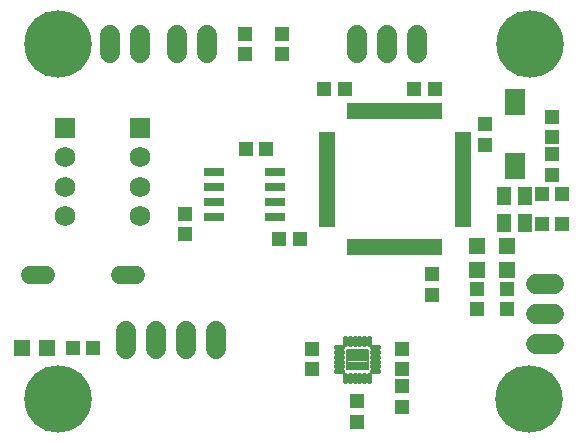
<source format=gbr>
G75*
%MOIN*%
%OFA0B0*%
%FSLAX25Y25*%
%IPPOS*%
%LPD*%
%AMOC8*
5,1,8,0,0,1.08239X$1,22.5*
%
%ADD10R,0.05131X0.04737*%
%ADD11R,0.04934X0.05052*%
%ADD12R,0.05052X0.04934*%
%ADD13R,0.07099X0.03162*%
%ADD14R,0.05524X0.01981*%
%ADD15R,0.01981X0.05524*%
%ADD16R,0.05131X0.05918*%
%ADD17R,0.05524X0.05524*%
%ADD18C,0.06800*%
%ADD19C,0.06000*%
%ADD20R,0.06800X0.06800*%
%ADD21C,0.06800*%
%ADD22C,0.01587*%
%ADD23C,0.00710*%
%ADD24R,0.07099X0.08674*%
%ADD25R,0.04737X0.05131*%
%ADD26C,0.22454*%
D10*
X0076300Y0075454D03*
X0076300Y0082146D03*
X0096704Y0103800D03*
X0103396Y0103800D03*
X0108800Y0135454D03*
X0108800Y0142146D03*
X0096300Y0142146D03*
X0096300Y0135454D03*
X0198800Y0114646D03*
X0198800Y0107954D03*
X0183800Y0057146D03*
X0183800Y0050454D03*
X0173800Y0050454D03*
X0173800Y0057146D03*
X0148800Y0037146D03*
X0148800Y0030454D03*
X0118800Y0030454D03*
X0118800Y0037146D03*
D11*
X0114745Y0073800D03*
X0107855Y0073800D03*
X0122855Y0123800D03*
X0129745Y0123800D03*
X0152855Y0123800D03*
X0159745Y0123800D03*
X0195355Y0088800D03*
X0202245Y0088800D03*
X0202245Y0078800D03*
X0195355Y0078800D03*
D12*
X0198800Y0095355D03*
X0198800Y0102245D03*
X0176300Y0105355D03*
X0176300Y0112245D03*
X0158800Y0062245D03*
X0158800Y0055355D03*
X0148800Y0024745D03*
X0148800Y0017855D03*
X0133800Y0019745D03*
X0133800Y0012855D03*
D13*
X0106536Y0081300D03*
X0106536Y0086300D03*
X0106536Y0091300D03*
X0106536Y0096300D03*
X0086064Y0096300D03*
X0086064Y0091300D03*
X0086064Y0086300D03*
X0086064Y0081300D03*
D14*
X0123662Y0081005D03*
X0123662Y0082973D03*
X0123662Y0084942D03*
X0123662Y0086910D03*
X0123662Y0088879D03*
X0123662Y0090847D03*
X0123662Y0092816D03*
X0123662Y0094784D03*
X0123662Y0096753D03*
X0123662Y0098721D03*
X0123662Y0100690D03*
X0123662Y0102658D03*
X0123662Y0104627D03*
X0123662Y0106595D03*
X0123662Y0108564D03*
X0123662Y0079036D03*
X0168938Y0079036D03*
X0168938Y0081005D03*
X0168938Y0082973D03*
X0168938Y0084942D03*
X0168938Y0086910D03*
X0168938Y0088879D03*
X0168938Y0090847D03*
X0168938Y0092816D03*
X0168938Y0094784D03*
X0168938Y0096753D03*
X0168938Y0098721D03*
X0168938Y0100690D03*
X0168938Y0102658D03*
X0168938Y0104627D03*
X0168938Y0106595D03*
X0168938Y0108564D03*
D15*
X0161064Y0116438D03*
X0159095Y0116438D03*
X0157127Y0116438D03*
X0155158Y0116438D03*
X0153190Y0116438D03*
X0151221Y0116438D03*
X0149253Y0116438D03*
X0147284Y0116438D03*
X0145316Y0116438D03*
X0143347Y0116438D03*
X0141379Y0116438D03*
X0139410Y0116438D03*
X0137442Y0116438D03*
X0135473Y0116438D03*
X0133505Y0116438D03*
X0131536Y0116438D03*
X0131536Y0071162D03*
X0133505Y0071162D03*
X0135473Y0071162D03*
X0137442Y0071162D03*
X0139410Y0071162D03*
X0141379Y0071162D03*
X0143347Y0071162D03*
X0145316Y0071162D03*
X0147284Y0071162D03*
X0149253Y0071162D03*
X0151221Y0071162D03*
X0153190Y0071162D03*
X0155158Y0071162D03*
X0157127Y0071162D03*
X0159095Y0071162D03*
X0161064Y0071162D03*
D16*
X0182757Y0079272D03*
X0189843Y0079272D03*
X0189843Y0088328D03*
X0182757Y0088328D03*
D17*
X0183800Y0071684D03*
X0183800Y0063416D03*
X0173800Y0063416D03*
X0173800Y0071684D03*
X0030434Y0037550D03*
X0022166Y0037550D03*
D18*
X0056635Y0037394D02*
X0056635Y0043394D01*
X0066635Y0043394D02*
X0066635Y0037394D01*
X0076635Y0037394D02*
X0076635Y0043394D01*
X0086635Y0043394D02*
X0086635Y0037394D01*
X0193300Y0038800D02*
X0199300Y0038800D01*
X0199300Y0048800D02*
X0193300Y0048800D01*
X0193300Y0058800D02*
X0199300Y0058800D01*
X0153800Y0135800D02*
X0153800Y0141800D01*
X0143800Y0141800D02*
X0143800Y0135800D01*
X0133800Y0135800D02*
X0133800Y0141800D01*
X0083800Y0141800D02*
X0083800Y0135800D01*
X0073800Y0135800D02*
X0073800Y0141800D01*
X0061300Y0141800D02*
X0061300Y0135800D01*
X0051300Y0135800D02*
X0051300Y0141800D01*
D19*
X0054881Y0061871D02*
X0060081Y0061871D01*
X0030081Y0061871D02*
X0024881Y0061871D01*
D20*
X0036300Y0111064D03*
X0061300Y0111064D03*
D21*
X0061300Y0101221D03*
X0061300Y0091379D03*
X0061300Y0081536D03*
X0036300Y0081536D03*
X0036300Y0091379D03*
X0036300Y0101221D03*
D22*
X0126713Y0037737D02*
X0128683Y0037737D01*
X0126713Y0037737D02*
X0126713Y0037737D01*
X0128683Y0037737D01*
X0128683Y0037737D01*
X0128683Y0036162D02*
X0126713Y0036162D01*
X0126713Y0036162D01*
X0128683Y0036162D01*
X0128683Y0036162D01*
X0128683Y0034587D02*
X0126713Y0034587D01*
X0126713Y0034587D01*
X0128683Y0034587D01*
X0128683Y0034587D01*
X0128683Y0033013D02*
X0126713Y0033013D01*
X0126713Y0033013D01*
X0128683Y0033013D01*
X0128683Y0033013D01*
X0128683Y0031438D02*
X0126713Y0031438D01*
X0126713Y0031438D01*
X0128683Y0031438D01*
X0128683Y0031438D01*
X0128683Y0029863D02*
X0126713Y0029863D01*
X0126713Y0029863D01*
X0128683Y0029863D01*
X0128683Y0029863D01*
X0129863Y0028683D02*
X0129863Y0026713D01*
X0129863Y0026713D01*
X0129863Y0028683D01*
X0129863Y0028683D01*
X0129863Y0028299D02*
X0129863Y0028299D01*
X0131438Y0028683D02*
X0131438Y0026713D01*
X0131438Y0026713D01*
X0131438Y0028683D01*
X0131438Y0028683D01*
X0131438Y0028299D02*
X0131438Y0028299D01*
X0133013Y0028683D02*
X0133013Y0026713D01*
X0133013Y0026713D01*
X0133013Y0028683D01*
X0133013Y0028683D01*
X0133013Y0028299D02*
X0133013Y0028299D01*
X0134587Y0028683D02*
X0134587Y0026713D01*
X0134587Y0026713D01*
X0134587Y0028683D01*
X0134587Y0028683D01*
X0134587Y0028299D02*
X0134587Y0028299D01*
X0136162Y0028683D02*
X0136162Y0026713D01*
X0136162Y0026713D01*
X0136162Y0028683D01*
X0136162Y0028683D01*
X0136162Y0028299D02*
X0136162Y0028299D01*
X0137737Y0028683D02*
X0137737Y0026713D01*
X0137737Y0026713D01*
X0137737Y0028683D01*
X0137737Y0028683D01*
X0137737Y0028299D02*
X0137737Y0028299D01*
X0138917Y0029863D02*
X0140887Y0029863D01*
X0140887Y0029863D01*
X0138917Y0029863D01*
X0138917Y0029863D01*
X0138917Y0031438D02*
X0140887Y0031438D01*
X0140887Y0031438D01*
X0138917Y0031438D01*
X0138917Y0031438D01*
X0138917Y0033013D02*
X0140887Y0033013D01*
X0140887Y0033013D01*
X0138917Y0033013D01*
X0138917Y0033013D01*
X0138917Y0034587D02*
X0140887Y0034587D01*
X0140887Y0034587D01*
X0138917Y0034587D01*
X0138917Y0034587D01*
X0138917Y0036162D02*
X0140887Y0036162D01*
X0140887Y0036162D01*
X0138917Y0036162D01*
X0138917Y0036162D01*
X0138917Y0037737D02*
X0140887Y0037737D01*
X0140887Y0037737D01*
X0138917Y0037737D01*
X0138917Y0037737D01*
X0137737Y0038917D02*
X0137737Y0040887D01*
X0137737Y0040887D01*
X0137737Y0038917D01*
X0137737Y0038917D01*
X0137737Y0040503D02*
X0137737Y0040503D01*
X0136162Y0040887D02*
X0136162Y0038917D01*
X0136162Y0040887D02*
X0136162Y0040887D01*
X0136162Y0038917D01*
X0136162Y0038917D01*
X0136162Y0040503D02*
X0136162Y0040503D01*
X0134587Y0040887D02*
X0134587Y0038917D01*
X0134587Y0040887D02*
X0134587Y0040887D01*
X0134587Y0038917D01*
X0134587Y0038917D01*
X0134587Y0040503D02*
X0134587Y0040503D01*
X0133013Y0040887D02*
X0133013Y0038917D01*
X0133013Y0040887D02*
X0133013Y0040887D01*
X0133013Y0038917D01*
X0133013Y0038917D01*
X0133013Y0040503D02*
X0133013Y0040503D01*
X0131438Y0040887D02*
X0131438Y0038917D01*
X0131438Y0040887D02*
X0131438Y0040887D01*
X0131438Y0038917D01*
X0131438Y0038917D01*
X0131438Y0040503D02*
X0131438Y0040503D01*
X0129863Y0040887D02*
X0129863Y0038917D01*
X0129863Y0040887D02*
X0129863Y0040887D01*
X0129863Y0038917D01*
X0129863Y0038917D01*
X0129863Y0040503D02*
X0129863Y0040503D01*
D23*
X0130310Y0030606D02*
X0137290Y0030606D01*
X0130310Y0030606D02*
X0130310Y0036994D01*
X0137290Y0036994D01*
X0137290Y0030606D01*
X0137290Y0031315D02*
X0130310Y0031315D01*
X0130310Y0032024D02*
X0137290Y0032024D01*
X0137290Y0032733D02*
X0130310Y0032733D01*
X0130310Y0033442D02*
X0137290Y0033442D01*
X0137290Y0034151D02*
X0130310Y0034151D01*
X0130310Y0034860D02*
X0137290Y0034860D01*
X0137290Y0035569D02*
X0130310Y0035569D01*
X0130310Y0036278D02*
X0137290Y0036278D01*
X0137290Y0036987D02*
X0130310Y0036987D01*
D24*
X0186300Y0098170D03*
X0186300Y0119430D03*
D25*
X0045896Y0037550D03*
X0039204Y0037550D03*
D26*
X0033938Y0020729D03*
X0191182Y0020650D03*
X0191418Y0138889D03*
X0033938Y0138800D03*
M02*

</source>
